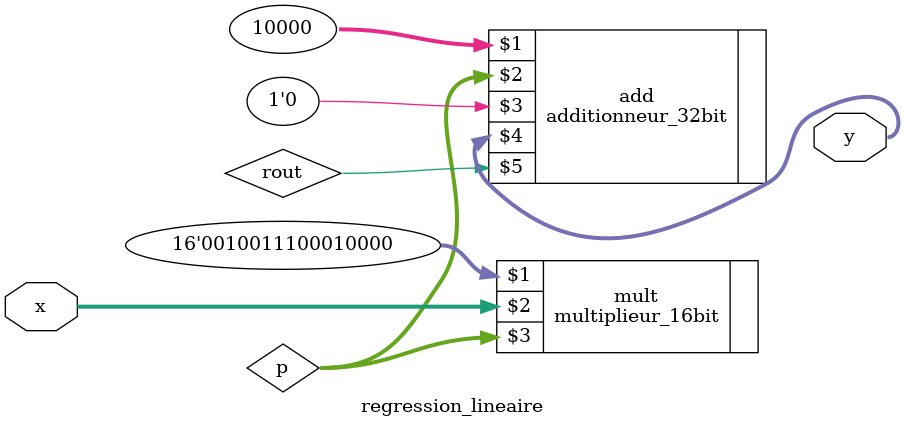
<source format=v>
`include "multiplieur_16bit.v"
`include "additionneur_32bit.v"

module regression_lineaire (x, y);

	// Inputs
	input [15:0] x;
	// Outputs
	output [31:0] y;

	wire [31:0] p;
	wire rin;
	wire rout;



	multiplieur_16bit mult(16'b0010011100010000, x, p);

	additionneur_32bit add(32'b00000000000000000010011100010000 , p, 1'b0, y, rout);
	
endmodule
</source>
